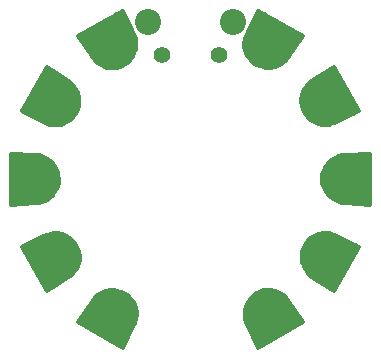
<source format=gbs>
G75*
%MOIN*%
%OFA0B0*%
%FSLAX24Y24*%
%IPPOS*%
%LPD*%
%AMOC8*
5,1,8,0,0,1.08239X$1,22.5*
%
%ADD10C,0.0556*%
%ADD11C,0.0867*%
%ADD12C,0.1346*%
%ADD13C,0.0120*%
D10*
X005195Y010298D03*
X007105Y010298D03*
D11*
X007571Y011400D03*
X004729Y011400D03*
D12*
X003550Y010650D03*
X001650Y008750D03*
X000963Y006150D03*
X001650Y003550D03*
X003550Y001650D03*
X008750Y001650D03*
X010650Y003550D03*
X011338Y006150D03*
X010650Y008750D03*
X008750Y010650D03*
D13*
X000532Y003886D02*
X001382Y002414D01*
X002050Y002857D01*
X002156Y002926D01*
X002249Y003012D01*
X002327Y003111D01*
X002388Y003222D01*
X002431Y003341D01*
X002453Y003465D01*
X002456Y003592D01*
X002438Y003717D01*
X002400Y003837D01*
X002343Y003950D01*
X002270Y004052D01*
X002183Y004141D01*
X002083Y004216D01*
X001973Y004275D01*
X001855Y004316D01*
X001733Y004339D01*
X001608Y004343D01*
X001484Y004328D01*
X001364Y004295D01*
X001250Y004243D01*
X000532Y003886D01*
X000568Y003824D02*
X002404Y003824D01*
X002439Y003705D02*
X000637Y003705D01*
X000705Y003587D02*
X002456Y003587D01*
X002453Y003468D02*
X000774Y003468D01*
X000842Y003350D02*
X002432Y003350D01*
X002391Y003231D02*
X000910Y003231D01*
X000979Y003113D02*
X002328Y003113D01*
X002229Y002994D02*
X001047Y002994D01*
X001116Y002876D02*
X002078Y002876D01*
X001899Y002757D02*
X001184Y002757D01*
X001252Y002639D02*
X001721Y002639D01*
X001542Y002520D02*
X001321Y002520D01*
X002414Y001382D02*
X003886Y000532D01*
X004243Y001250D01*
X004300Y001363D01*
X004338Y001483D01*
X004356Y001608D01*
X004353Y001735D01*
X004331Y001859D01*
X004288Y001978D01*
X004227Y002089D01*
X004149Y002188D01*
X004056Y002274D01*
X003950Y002343D01*
X003836Y002395D01*
X003716Y002428D01*
X003592Y002443D01*
X003467Y002439D01*
X003345Y002416D01*
X003227Y002375D01*
X003117Y002316D01*
X003017Y002241D01*
X002930Y002152D01*
X002857Y002050D01*
X002414Y001382D01*
X002461Y001454D02*
X004328Y001454D01*
X004350Y001572D02*
X002540Y001572D01*
X002619Y001691D02*
X004354Y001691D01*
X004340Y001809D02*
X002697Y001809D01*
X002776Y001928D02*
X004306Y001928D01*
X004251Y002046D02*
X002855Y002046D01*
X002942Y002165D02*
X004167Y002165D01*
X004041Y002283D02*
X003073Y002283D01*
X003303Y002402D02*
X003811Y002402D01*
X004286Y001335D02*
X002496Y001335D01*
X002701Y001217D02*
X004226Y001217D01*
X004167Y001098D02*
X002906Y001098D01*
X003111Y000980D02*
X004108Y000980D01*
X004050Y000861D02*
X003317Y000861D01*
X003522Y000743D02*
X003991Y000743D01*
X003932Y000624D02*
X003727Y000624D01*
X002347Y003942D02*
X000645Y003942D01*
X000883Y004061D02*
X002262Y004061D01*
X002132Y004179D02*
X001122Y004179D01*
X001374Y004298D02*
X001909Y004298D01*
X001329Y005431D02*
X001212Y005385D01*
X001089Y005357D01*
X000963Y005350D01*
X000163Y005300D01*
X000163Y007000D01*
X000963Y006950D01*
X001087Y006938D01*
X001208Y006907D01*
X001323Y006858D01*
X001429Y006792D01*
X001523Y006711D01*
X001605Y006616D01*
X001671Y006510D01*
X001720Y006395D01*
X001750Y006274D01*
X001763Y006150D01*
X001755Y006024D01*
X001728Y005900D01*
X001681Y005783D01*
X001616Y005675D01*
X001534Y005579D01*
X001438Y005497D01*
X001329Y005431D01*
X001414Y005483D02*
X000163Y005483D01*
X000163Y005601D02*
X001553Y005601D01*
X001643Y005720D02*
X000163Y005720D01*
X000163Y005838D02*
X001703Y005838D01*
X001740Y005957D02*
X000163Y005957D01*
X000163Y006075D02*
X001758Y006075D01*
X001758Y006194D02*
X000163Y006194D01*
X000163Y006312D02*
X001741Y006312D01*
X001705Y006431D02*
X000163Y006431D01*
X000163Y006549D02*
X001646Y006549D01*
X001561Y006668D02*
X000163Y006668D01*
X000163Y006786D02*
X001436Y006786D01*
X001214Y006905D02*
X000163Y006905D01*
X000532Y008414D02*
X001250Y008057D01*
X001363Y008000D01*
X001483Y007962D01*
X001608Y007944D01*
X001735Y007947D01*
X001859Y007969D01*
X001978Y008012D01*
X002089Y008073D01*
X002188Y008151D01*
X002274Y008244D01*
X002343Y008350D01*
X002395Y008464D01*
X002428Y008584D01*
X002443Y008708D01*
X002439Y008833D01*
X002416Y008955D01*
X002375Y009073D01*
X002316Y009183D01*
X002241Y009283D01*
X002152Y009370D01*
X002050Y009443D01*
X001382Y009886D01*
X000532Y008414D01*
X000550Y008445D02*
X002386Y008445D01*
X002423Y008564D02*
X000619Y008564D01*
X000687Y008682D02*
X002440Y008682D01*
X002440Y008801D02*
X000755Y008801D01*
X000824Y008919D02*
X002423Y008919D01*
X002387Y009038D02*
X000892Y009038D01*
X000961Y009156D02*
X002330Y009156D01*
X002247Y009275D02*
X001029Y009275D01*
X001097Y009393D02*
X002120Y009393D01*
X001947Y009512D02*
X001166Y009512D01*
X001234Y009630D02*
X001768Y009630D01*
X001589Y009749D02*
X001303Y009749D01*
X001371Y009867D02*
X001411Y009867D01*
X002414Y010918D02*
X003886Y011768D01*
X004243Y011050D01*
X004295Y010936D01*
X004328Y010816D01*
X004343Y010692D01*
X004339Y010567D01*
X004316Y010445D01*
X004275Y010327D01*
X004216Y010217D01*
X004141Y010117D01*
X004052Y010030D01*
X003950Y009957D01*
X003837Y009900D01*
X003717Y009862D01*
X003592Y009844D01*
X003465Y009847D01*
X003341Y009869D01*
X003222Y009912D01*
X003111Y009973D01*
X003012Y010051D01*
X002926Y010144D01*
X002857Y010250D01*
X002414Y010918D01*
X002441Y010934D02*
X004295Y010934D01*
X004328Y010815D02*
X002482Y010815D01*
X002561Y010697D02*
X004343Y010697D01*
X004340Y010578D02*
X002639Y010578D01*
X002718Y010460D02*
X004319Y010460D01*
X004280Y010341D02*
X002797Y010341D01*
X002875Y010223D02*
X004219Y010223D01*
X004128Y010104D02*
X002963Y010104D01*
X003095Y009986D02*
X003990Y009986D01*
X003732Y009867D02*
X003354Y009867D01*
X002646Y011052D02*
X004242Y011052D01*
X004183Y011171D02*
X002852Y011171D01*
X003057Y011289D02*
X004124Y011289D01*
X004065Y011408D02*
X003262Y011408D01*
X003467Y011526D02*
X004006Y011526D01*
X003947Y011645D02*
X003673Y011645D01*
X003878Y011763D02*
X003889Y011763D01*
X002327Y008327D02*
X000708Y008327D01*
X000946Y008208D02*
X002240Y008208D01*
X002110Y008090D02*
X001185Y008090D01*
X001456Y007971D02*
X001864Y007971D01*
X001120Y005364D02*
X000163Y005364D01*
X008025Y001973D02*
X007984Y001855D01*
X007961Y001733D01*
X007957Y001608D01*
X007972Y001484D01*
X008005Y001364D01*
X008057Y001250D01*
X008414Y000532D01*
X009886Y001382D01*
X009443Y002050D01*
X009374Y002156D01*
X009288Y002249D01*
X009189Y002327D01*
X009078Y002388D01*
X008959Y002431D01*
X008835Y002453D01*
X008708Y002456D01*
X008583Y002438D01*
X008463Y002400D01*
X008350Y002343D01*
X008248Y002270D01*
X008159Y002183D01*
X008084Y002083D01*
X008025Y001973D01*
X008009Y001928D02*
X009524Y001928D01*
X009445Y002046D02*
X008064Y002046D01*
X008145Y002165D02*
X009365Y002165D01*
X009245Y002283D02*
X008266Y002283D01*
X008469Y002402D02*
X009041Y002402D01*
X009603Y001809D02*
X007975Y001809D01*
X007959Y001691D02*
X009681Y001691D01*
X009760Y001572D02*
X007961Y001572D01*
X007980Y001454D02*
X009839Y001454D01*
X009804Y001335D02*
X008019Y001335D01*
X008074Y001217D02*
X009599Y001217D01*
X009394Y001098D02*
X008133Y001098D01*
X008192Y000980D02*
X009189Y000980D01*
X008983Y000861D02*
X008250Y000861D01*
X008309Y000743D02*
X008778Y000743D01*
X008573Y000624D02*
X008368Y000624D01*
X010401Y002757D02*
X011116Y002757D01*
X011184Y002876D02*
X010224Y002876D01*
X010250Y002857D02*
X010918Y002414D01*
X011768Y003886D01*
X011050Y004243D01*
X010937Y004300D01*
X010817Y004338D01*
X010692Y004356D01*
X010565Y004353D01*
X010441Y004331D01*
X010322Y004288D01*
X010211Y004227D01*
X010112Y004149D01*
X010026Y004056D01*
X009957Y003950D01*
X009905Y003836D01*
X009872Y003716D01*
X009857Y003592D01*
X009861Y003467D01*
X009884Y003345D01*
X009925Y003227D01*
X009984Y003117D01*
X010059Y003017D01*
X010148Y002930D01*
X010250Y002857D01*
X010083Y002994D02*
X011253Y002994D01*
X011321Y003113D02*
X009987Y003113D01*
X009924Y003231D02*
X011390Y003231D01*
X011458Y003350D02*
X009883Y003350D01*
X009861Y003468D02*
X011526Y003468D01*
X011595Y003587D02*
X009857Y003587D01*
X009870Y003705D02*
X011663Y003705D01*
X011732Y003824D02*
X009902Y003824D01*
X009954Y003942D02*
X011655Y003942D01*
X011417Y004061D02*
X010031Y004061D01*
X010150Y004179D02*
X011178Y004179D01*
X010942Y004298D02*
X010348Y004298D01*
X010977Y005442D02*
X011092Y005393D01*
X011213Y005362D01*
X011338Y005350D01*
X012138Y005300D01*
X012138Y007000D01*
X011338Y006950D01*
X011211Y006943D01*
X011088Y006915D01*
X010971Y006869D01*
X010862Y006803D01*
X010766Y006721D01*
X010684Y006625D01*
X010619Y006517D01*
X010572Y006400D01*
X010545Y006276D01*
X010538Y006150D01*
X010550Y006026D01*
X010580Y005905D01*
X010629Y005790D01*
X010695Y005684D01*
X010777Y005589D01*
X010871Y005508D01*
X010977Y005442D01*
X010912Y005483D02*
X012138Y005483D01*
X012138Y005601D02*
X010766Y005601D01*
X010673Y005720D02*
X012138Y005720D01*
X012138Y005838D02*
X010609Y005838D01*
X010567Y005957D02*
X012138Y005957D01*
X012138Y006075D02*
X010545Y006075D01*
X010540Y006194D02*
X012138Y006194D01*
X012138Y006312D02*
X010553Y006312D01*
X010584Y006431D02*
X012138Y006431D01*
X012138Y006549D02*
X010638Y006549D01*
X010720Y006668D02*
X012138Y006668D01*
X012138Y006786D02*
X010842Y006786D01*
X011061Y006905D02*
X012138Y006905D01*
X011768Y008414D02*
X011050Y008057D01*
X010936Y008005D01*
X010816Y007972D01*
X010692Y007957D01*
X010567Y007961D01*
X010445Y007984D01*
X010327Y008025D01*
X010217Y008084D01*
X010117Y008159D01*
X010030Y008248D01*
X009957Y008350D01*
X009900Y008463D01*
X009862Y008583D01*
X009844Y008708D01*
X009847Y008835D01*
X009869Y008959D01*
X009912Y009078D01*
X009973Y009189D01*
X010051Y009288D01*
X010144Y009374D01*
X010250Y009443D01*
X010918Y009886D01*
X011768Y008414D01*
X011750Y008445D02*
X009909Y008445D01*
X009869Y008564D02*
X011681Y008564D01*
X011613Y008682D02*
X009848Y008682D01*
X009846Y008801D02*
X011545Y008801D01*
X011476Y008919D02*
X009862Y008919D01*
X009897Y009038D02*
X011408Y009038D01*
X011339Y009156D02*
X009955Y009156D01*
X010040Y009275D02*
X011271Y009275D01*
X011203Y009393D02*
X010174Y009393D01*
X010353Y009512D02*
X011134Y009512D01*
X011066Y009630D02*
X010532Y009630D01*
X010711Y009749D02*
X010997Y009749D01*
X010929Y009867D02*
X010889Y009867D01*
X009886Y010918D02*
X008414Y011768D01*
X008057Y011050D01*
X008000Y010937D01*
X007962Y010817D01*
X007944Y010692D01*
X007947Y010565D01*
X007969Y010441D01*
X008012Y010322D01*
X008073Y010211D01*
X008151Y010112D01*
X008244Y010026D01*
X008350Y009957D01*
X008464Y009905D01*
X008584Y009872D01*
X008708Y009857D01*
X008833Y009861D01*
X008955Y009884D01*
X009073Y009925D01*
X009183Y009984D01*
X009283Y010059D01*
X009370Y010148D01*
X009443Y010250D01*
X009886Y010918D01*
X009859Y010934D02*
X007999Y010934D01*
X007962Y010815D02*
X009818Y010815D01*
X009739Y010697D02*
X007945Y010697D01*
X007946Y010578D02*
X009661Y010578D01*
X009582Y010460D02*
X007966Y010460D01*
X008005Y010341D02*
X009503Y010341D01*
X009423Y010223D02*
X008067Y010223D01*
X008160Y010104D02*
X009327Y010104D01*
X009185Y009986D02*
X008307Y009986D01*
X008623Y009867D02*
X008866Y009867D01*
X009654Y011052D02*
X008058Y011052D01*
X008117Y011171D02*
X009448Y011171D01*
X009243Y011289D02*
X008176Y011289D01*
X008235Y011408D02*
X009038Y011408D01*
X008833Y011526D02*
X008294Y011526D01*
X008353Y011645D02*
X008627Y011645D01*
X008422Y011763D02*
X008411Y011763D01*
X009974Y008327D02*
X011592Y008327D01*
X011354Y008208D02*
X010069Y008208D01*
X010210Y008090D02*
X011115Y008090D01*
X010810Y007971D02*
X010512Y007971D01*
X011206Y005364D02*
X012138Y005364D01*
X011048Y002639D02*
X010579Y002639D01*
X010758Y002520D02*
X010979Y002520D01*
M02*

</source>
